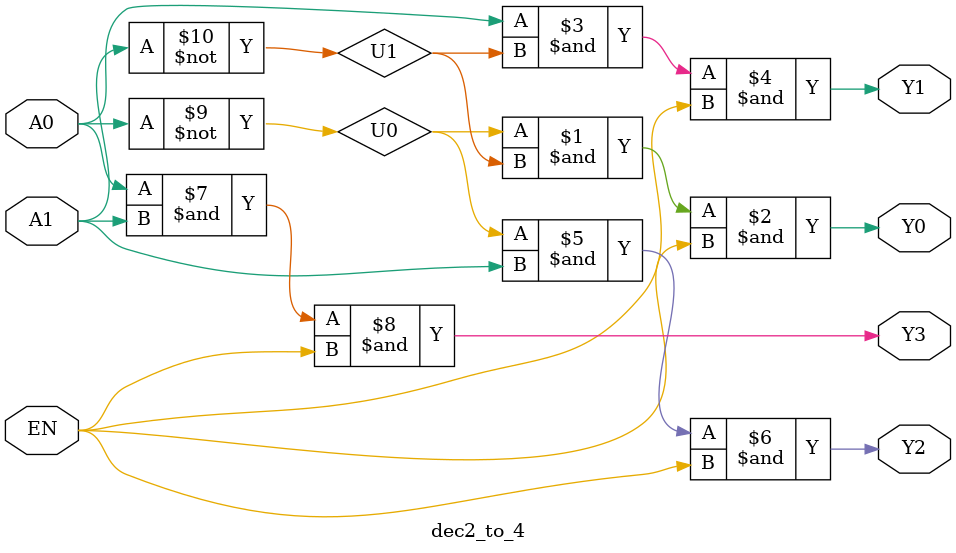
<source format=v>

module dec2_to_4 (Y0, Y1, Y2, Y3, A0, A1, EN);
	
	// Port declaration
	input A0, A1, EN;
	output Y0, Y1, Y2, Y3;
	
	// Internal wire
	wire U0, U1;
	
	// Not gate (output, input)
	not (U0, A0);
	not (U1, A1);
	
	// 3 input and gate (output, input, input, input)
	and (Y0, U0, U1, EN);
	and (Y1, A0, U1, EN);
	and (Y2, U0, A1, EN);
	and (Y3, A0, A1, EN);
endmodule

</source>
